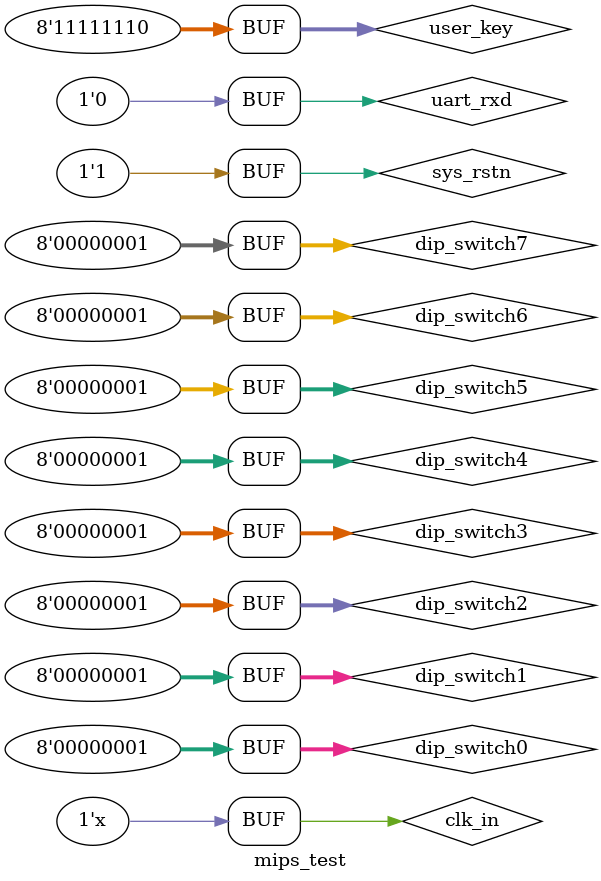
<source format=v>
`timescale 1ns / 1ps


module mips_test;

	// Inputs
	reg clk_in;
	reg sys_rstn;
	reg uart_rxd;
	reg [7:0] dip_switch0;
	reg [7:0] dip_switch1;
	reg [7:0] dip_switch2;
	reg [7:0] dip_switch3;
	reg [7:0] dip_switch4;
	reg [7:0] dip_switch5;
	reg [7:0] dip_switch6;
	reg [7:0] dip_switch7;
	reg [7:0] user_key;

	// Outputs
	wire uart_txd;
	wire [31:0] led_light;
	wire [7:0] digital_tube2;
	wire digital_tube_sel2;
	wire [7:0] digital_tube1;
	wire [3:0] digital_tube_sel1;
	wire [7:0] digital_tube0;
	wire [3:0] digital_tube_sel0;

	// Instantiate the Unit Under Test (UUT)
	mips uut (
		.clk_in(clk_in), 
		.sys_rstn(sys_rstn), 
		.uart_rxd(uart_rxd), 
		.uart_txd(uart_txd), 
		.dip_switch0(dip_switch0), 
		.dip_switch1(dip_switch1), 
		.dip_switch2(dip_switch2), 
		.dip_switch3(dip_switch3), 
		.dip_switch4(dip_switch4), 
		.dip_switch5(dip_switch5), 
		.dip_switch6(dip_switch6), 
		.dip_switch7(dip_switch7), 
		.user_key(user_key), 
		.led_light(led_light), 
		.digital_tube2(digital_tube2), 
		.digital_tube_sel2(digital_tube_sel2), 
		.digital_tube1(digital_tube1), 
		.digital_tube_sel1(digital_tube_sel1), 
		.digital_tube0(digital_tube0), 
		.digital_tube_sel0(digital_tube_sel0)
	);

	initial begin
		// Initialize Inputs
		clk_in = 0;
		sys_rstn = 0;
		uart_rxd = 0;
		dip_switch0 = 0;
		dip_switch1 = 0;
		dip_switch2 = 0;
		dip_switch3 = 0;
		dip_switch4 = 0;
		dip_switch5 = 0;
		dip_switch6 = 0;
		dip_switch7 = 0;
		user_key = 0;

		// Wait 100 ns for global reset to finish
		#600;
		sys_rstn = 1;
		dip_switch0 = 1;
		dip_switch1 = 1;
		dip_switch2 = 1;
		dip_switch3 = 1;
		dip_switch4 = 1;
		dip_switch5 = 1;
		dip_switch6 = 1;
		dip_switch7 = 1;
		user_key = 8'b11111110;		
		
	end
	
	always #25 clk_in = ~clk_in;
	
endmodule


</source>
